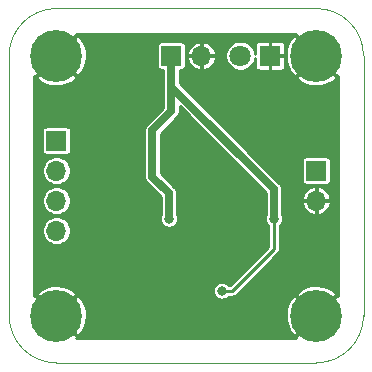
<source format=gbr>
%TF.GenerationSoftware,KiCad,Pcbnew,5.1.6+dfsg1-1~bpo10+1*%
%TF.CreationDate,2021-07-29T14:25:11+02:00*%
%TF.ProjectId,PW_Cond,50575f43-6f6e-4642-9e6b-696361645f70,rev?*%
%TF.SameCoordinates,Original*%
%TF.FileFunction,Copper,L2,Bot*%
%TF.FilePolarity,Positive*%
%FSLAX46Y46*%
G04 Gerber Fmt 4.6, Leading zero omitted, Abs format (unit mm)*
G04 Created by KiCad (PCBNEW 5.1.6+dfsg1-1~bpo10+1) date 2021-07-29 14:25:11*
%MOMM*%
%LPD*%
G01*
G04 APERTURE LIST*
%TA.AperFunction,Profile*%
%ADD10C,0.050000*%
%TD*%
%TA.AperFunction,ComponentPad*%
%ADD11O,1.700000X1.700000*%
%TD*%
%TA.AperFunction,ComponentPad*%
%ADD12R,1.700000X1.700000*%
%TD*%
%TA.AperFunction,ComponentPad*%
%ADD13C,0.700000*%
%TD*%
%TA.AperFunction,ComponentPad*%
%ADD14C,4.400000*%
%TD*%
%TA.AperFunction,ComponentPad*%
%ADD15C,1.800000*%
%TD*%
%TA.AperFunction,ComponentPad*%
%ADD16R,1.800000X1.800000*%
%TD*%
%TA.AperFunction,ViaPad*%
%ADD17C,0.800000*%
%TD*%
%TA.AperFunction,Conductor*%
%ADD18C,0.635000*%
%TD*%
%TA.AperFunction,Conductor*%
%ADD19C,0.250000*%
%TD*%
G04 APERTURE END LIST*
D10*
X122000000Y-126000000D02*
X100000000Y-126000000D01*
X96000000Y-100000000D02*
G75*
G02*
X100000000Y-96000000I4000000J0D01*
G01*
X100000000Y-126000000D02*
G75*
G02*
X96000000Y-122000000I0J4000000D01*
G01*
X126000000Y-122000000D02*
G75*
G02*
X122000000Y-126000000I-4000000J0D01*
G01*
X122000000Y-96000000D02*
G75*
G02*
X126000000Y-100000000I0J-4000000D01*
G01*
X100000000Y-96000000D02*
X122000000Y-96000000D01*
X96000000Y-100000000D02*
X96000000Y-122000000D01*
X126000000Y-100000000D02*
X126000000Y-122000000D01*
D11*
%TO.P,J3,2*%
%TO.N,GND*%
X122000000Y-112270000D03*
D12*
%TO.P,J3,1*%
%TO.N,/Meusure*%
X122000000Y-109730000D03*
%TD*%
D11*
%TO.P,J2,4*%
%TO.N,/MAP*%
X100000000Y-114810000D03*
%TO.P,J2,3*%
%TO.N,/NMP*%
X100000000Y-112270000D03*
%TO.P,J2,2*%
%TO.N,/PMP*%
X100000000Y-109730000D03*
D12*
%TO.P,J2,1*%
%TO.N,/PAP*%
X100000000Y-107190000D03*
%TD*%
D13*
%TO.P,H4,1*%
%TO.N,GND*%
X101166726Y-120833274D03*
X100000000Y-120350000D03*
X98833274Y-120833274D03*
X98350000Y-122000000D03*
X98833274Y-123166726D03*
X100000000Y-123650000D03*
X101166726Y-123166726D03*
X101650000Y-122000000D03*
D14*
X100000000Y-122000000D03*
%TD*%
D13*
%TO.P,H3,1*%
%TO.N,GND*%
X123166726Y-120833274D03*
X122000000Y-120350000D03*
X120833274Y-120833274D03*
X120350000Y-122000000D03*
X120833274Y-123166726D03*
X122000000Y-123650000D03*
X123166726Y-123166726D03*
X123650000Y-122000000D03*
D14*
X122000000Y-122000000D03*
%TD*%
D13*
%TO.P,H2,1*%
%TO.N,GND*%
X123166726Y-98833274D03*
X122000000Y-98350000D03*
X120833274Y-98833274D03*
X120350000Y-100000000D03*
X120833274Y-101166726D03*
X122000000Y-101650000D03*
X123166726Y-101166726D03*
X123650000Y-100000000D03*
D14*
X122000000Y-100000000D03*
%TD*%
D13*
%TO.P,H1,1*%
%TO.N,GND*%
X101166726Y-98833274D03*
X100000000Y-98350000D03*
X98833274Y-98833274D03*
X98350000Y-100000000D03*
X98833274Y-101166726D03*
X100000000Y-101650000D03*
X101166726Y-101166726D03*
X101650000Y-100000000D03*
D14*
X100000000Y-100000000D03*
%TD*%
D11*
%TO.P,J1,2*%
%TO.N,GND*%
X112270000Y-100000000D03*
D12*
%TO.P,J1,1*%
%TO.N,+15V*%
X109730000Y-100000000D03*
%TD*%
D15*
%TO.P,D2,2*%
%TO.N,Net-(D2-Pad2)*%
X115560000Y-100000000D03*
D16*
%TO.P,D2,1*%
%TO.N,GND*%
X118100000Y-100000000D03*
%TD*%
D17*
%TO.N,GND*%
X118923000Y-122430000D03*
X119558000Y-117350000D03*
X103175000Y-106682000D03*
X109525000Y-108714000D03*
X118415000Y-108714000D03*
X112065000Y-106682000D03*
X117780000Y-104650000D03*
X103302000Y-111049000D03*
X107239000Y-111303000D03*
X107366000Y-105588000D03*
X107493000Y-103429000D03*
X111557000Y-110414000D03*
X121336000Y-107366000D03*
X99000000Y-117907000D03*
X99000000Y-104000000D03*
X119177000Y-102921000D03*
X110160000Y-106096000D03*
X102286000Y-104318000D03*
X123000000Y-104000000D03*
X123000000Y-107500000D03*
X123000000Y-114500000D03*
X123000000Y-118000000D03*
X113491000Y-111127000D03*
X113237000Y-121668000D03*
X104000000Y-123000000D03*
X107500000Y-123000000D03*
X114380000Y-118747000D03*
%TO.N,+15V*%
X118415000Y-113794000D03*
X109525000Y-113794000D03*
X113999000Y-119890000D03*
%TD*%
D18*
%TO.N,+15V*%
X109730000Y-104699000D02*
X108128000Y-106301000D01*
X108128000Y-106301000D02*
X108128000Y-110238000D01*
X109525000Y-111635000D02*
X109525000Y-113794000D01*
X108128000Y-110238000D02*
X109525000Y-111635000D01*
X118415000Y-113794000D02*
X118415000Y-111674098D01*
X109730000Y-100000000D02*
X109730000Y-101426000D01*
X109730000Y-101426000D02*
X109730000Y-104699000D01*
X118415000Y-111674098D02*
X118415000Y-111303000D01*
X109730000Y-102618000D02*
X109730000Y-101426000D01*
X118415000Y-111303000D02*
X109730000Y-102618000D01*
D19*
X114888000Y-119890000D02*
X113999000Y-119890000D01*
X118415000Y-113794000D02*
X118415000Y-116363000D01*
X118415000Y-116363000D02*
X114888000Y-119890000D01*
%TD*%
%TO.N,GND*%
G36*
X120254448Y-98219092D02*
G01*
X120402459Y-98367103D01*
X120833274Y-98797919D01*
X120868629Y-98833274D01*
X121092586Y-99057230D01*
X122000000Y-99964645D01*
X122014142Y-99950502D01*
X122049498Y-99985858D01*
X122035355Y-100000000D01*
X122919968Y-100884612D01*
X123166726Y-101131371D01*
X123202081Y-101166726D01*
X123632897Y-101597541D01*
X123780908Y-101745552D01*
X123875000Y-101675058D01*
X123875000Y-120324942D01*
X123780908Y-120254448D01*
X123632897Y-120402459D01*
X123202081Y-120833274D01*
X123166726Y-120868629D01*
X122942770Y-121092586D01*
X122035355Y-122000000D01*
X122049498Y-122014142D01*
X122014142Y-122049498D01*
X122000000Y-122035355D01*
X121118108Y-122917248D01*
X120868629Y-123166726D01*
X120833274Y-123202081D01*
X120603578Y-123431778D01*
X120254448Y-123780908D01*
X120324942Y-123875000D01*
X101675058Y-123875000D01*
X101745552Y-123780908D01*
X101396422Y-123431778D01*
X101166726Y-123202081D01*
X101131371Y-123166726D01*
X100881892Y-122917248D01*
X100000000Y-122035355D01*
X99985858Y-122049498D01*
X99950502Y-122014142D01*
X99964645Y-122000000D01*
X100035355Y-122000000D01*
X100919968Y-122884612D01*
X101166726Y-123131371D01*
X101202081Y-123166726D01*
X101632897Y-123597541D01*
X101780908Y-123745552D01*
X102107895Y-123500574D01*
X102360140Y-123060510D01*
X102521686Y-122579693D01*
X102586326Y-122076597D01*
X102575806Y-121923403D01*
X119413674Y-121923403D01*
X119448426Y-122429442D01*
X119581234Y-122918977D01*
X119806993Y-123373197D01*
X119892105Y-123500574D01*
X120219092Y-123745552D01*
X120367103Y-123597541D01*
X120797919Y-123166726D01*
X120833274Y-123131371D01*
X121080032Y-122884612D01*
X121964645Y-122000000D01*
X121057230Y-121092586D01*
X120833274Y-120868629D01*
X120797919Y-120833274D01*
X120367103Y-120402459D01*
X120219092Y-120254448D01*
X119892105Y-120499426D01*
X119639860Y-120939490D01*
X119478314Y-121420307D01*
X119413674Y-121923403D01*
X102575806Y-121923403D01*
X102551574Y-121570558D01*
X102418766Y-121081023D01*
X102193007Y-120626803D01*
X102107895Y-120499426D01*
X101780908Y-120254448D01*
X101632897Y-120402459D01*
X101202081Y-120833274D01*
X101166726Y-120868629D01*
X100942770Y-121092586D01*
X100035355Y-122000000D01*
X99964645Y-122000000D01*
X99057230Y-121092586D01*
X98833274Y-120868629D01*
X98797919Y-120833274D01*
X98367103Y-120402459D01*
X98219092Y-120254448D01*
X98125000Y-120324942D01*
X98125000Y-120219092D01*
X98254448Y-120219092D01*
X98402459Y-120367103D01*
X98833274Y-120797919D01*
X98868629Y-120833274D01*
X99092586Y-121057230D01*
X100000000Y-121964645D01*
X100907414Y-121057230D01*
X101131371Y-120833274D01*
X101166726Y-120797919D01*
X101597541Y-120367103D01*
X101745552Y-120219092D01*
X101500574Y-119892105D01*
X101060510Y-119639860D01*
X100579693Y-119478314D01*
X100076597Y-119413674D01*
X99570558Y-119448426D01*
X99081023Y-119581234D01*
X98626803Y-119806993D01*
X98499426Y-119892105D01*
X98254448Y-120219092D01*
X98125000Y-120219092D01*
X98125000Y-114689348D01*
X98775000Y-114689348D01*
X98775000Y-114930652D01*
X98822076Y-115167319D01*
X98914419Y-115390255D01*
X99048481Y-115590892D01*
X99219108Y-115761519D01*
X99419745Y-115895581D01*
X99642681Y-115987924D01*
X99879348Y-116035000D01*
X100120652Y-116035000D01*
X100357319Y-115987924D01*
X100580255Y-115895581D01*
X100780892Y-115761519D01*
X100951519Y-115590892D01*
X101085581Y-115390255D01*
X101177924Y-115167319D01*
X101225000Y-114930652D01*
X101225000Y-114689348D01*
X101177924Y-114452681D01*
X101085581Y-114229745D01*
X100951519Y-114029108D01*
X100780892Y-113858481D01*
X100580255Y-113724419D01*
X100357319Y-113632076D01*
X100120652Y-113585000D01*
X99879348Y-113585000D01*
X99642681Y-113632076D01*
X99419745Y-113724419D01*
X99219108Y-113858481D01*
X99048481Y-114029108D01*
X98914419Y-114229745D01*
X98822076Y-114452681D01*
X98775000Y-114689348D01*
X98125000Y-114689348D01*
X98125000Y-112149348D01*
X98775000Y-112149348D01*
X98775000Y-112390652D01*
X98822076Y-112627319D01*
X98914419Y-112850255D01*
X99048481Y-113050892D01*
X99219108Y-113221519D01*
X99419745Y-113355581D01*
X99642681Y-113447924D01*
X99879348Y-113495000D01*
X100120652Y-113495000D01*
X100357319Y-113447924D01*
X100580255Y-113355581D01*
X100780892Y-113221519D01*
X100951519Y-113050892D01*
X101085581Y-112850255D01*
X101177924Y-112627319D01*
X101225000Y-112390652D01*
X101225000Y-112149348D01*
X101177924Y-111912681D01*
X101085581Y-111689745D01*
X100951519Y-111489108D01*
X100780892Y-111318481D01*
X100580255Y-111184419D01*
X100357319Y-111092076D01*
X100120652Y-111045000D01*
X99879348Y-111045000D01*
X99642681Y-111092076D01*
X99419745Y-111184419D01*
X99219108Y-111318481D01*
X99048481Y-111489108D01*
X98914419Y-111689745D01*
X98822076Y-111912681D01*
X98775000Y-112149348D01*
X98125000Y-112149348D01*
X98125000Y-109609348D01*
X98775000Y-109609348D01*
X98775000Y-109850652D01*
X98822076Y-110087319D01*
X98914419Y-110310255D01*
X99048481Y-110510892D01*
X99219108Y-110681519D01*
X99419745Y-110815581D01*
X99642681Y-110907924D01*
X99879348Y-110955000D01*
X100120652Y-110955000D01*
X100357319Y-110907924D01*
X100580255Y-110815581D01*
X100780892Y-110681519D01*
X100951519Y-110510892D01*
X101085581Y-110310255D01*
X101177924Y-110087319D01*
X101225000Y-109850652D01*
X101225000Y-109609348D01*
X101177924Y-109372681D01*
X101085581Y-109149745D01*
X100951519Y-108949108D01*
X100780892Y-108778481D01*
X100580255Y-108644419D01*
X100357319Y-108552076D01*
X100120652Y-108505000D01*
X99879348Y-108505000D01*
X99642681Y-108552076D01*
X99419745Y-108644419D01*
X99219108Y-108778481D01*
X99048481Y-108949108D01*
X98914419Y-109149745D01*
X98822076Y-109372681D01*
X98775000Y-109609348D01*
X98125000Y-109609348D01*
X98125000Y-106340000D01*
X98773186Y-106340000D01*
X98773186Y-108040000D01*
X98780426Y-108113513D01*
X98801869Y-108184200D01*
X98836691Y-108249347D01*
X98883552Y-108306448D01*
X98940653Y-108353309D01*
X99005800Y-108388131D01*
X99076487Y-108409574D01*
X99150000Y-108416814D01*
X100850000Y-108416814D01*
X100923513Y-108409574D01*
X100994200Y-108388131D01*
X101059347Y-108353309D01*
X101116448Y-108306448D01*
X101163309Y-108249347D01*
X101198131Y-108184200D01*
X101219574Y-108113513D01*
X101226814Y-108040000D01*
X101226814Y-106340000D01*
X101222974Y-106301000D01*
X107432151Y-106301000D01*
X107435500Y-106335004D01*
X107435501Y-110203986D01*
X107432151Y-110238000D01*
X107445521Y-110373753D01*
X107485119Y-110504290D01*
X107549423Y-110624594D01*
X107578577Y-110660118D01*
X107596141Y-110681519D01*
X107635961Y-110730040D01*
X107662378Y-110751720D01*
X108832500Y-111921843D01*
X108832501Y-113440669D01*
X108779783Y-113567941D01*
X108750000Y-113717669D01*
X108750000Y-113870331D01*
X108779783Y-114020059D01*
X108838204Y-114161100D01*
X108923018Y-114288034D01*
X109030966Y-114395982D01*
X109157900Y-114480796D01*
X109298941Y-114539217D01*
X109448669Y-114569000D01*
X109601331Y-114569000D01*
X109751059Y-114539217D01*
X109892100Y-114480796D01*
X110019034Y-114395982D01*
X110126982Y-114288034D01*
X110211796Y-114161100D01*
X110270217Y-114020059D01*
X110300000Y-113870331D01*
X110300000Y-113717669D01*
X110270217Y-113567941D01*
X110217500Y-113440671D01*
X110217500Y-111669003D01*
X110220849Y-111634999D01*
X110217500Y-111600995D01*
X110217500Y-111600988D01*
X110207479Y-111499246D01*
X110167882Y-111368710D01*
X110103578Y-111248406D01*
X110069093Y-111206386D01*
X110038721Y-111169378D01*
X110038716Y-111169373D01*
X110017039Y-111142960D01*
X109990627Y-111121284D01*
X108820500Y-109951158D01*
X108820500Y-106587842D01*
X110195623Y-105212720D01*
X110222040Y-105191040D01*
X110308578Y-105085594D01*
X110372882Y-104965290D01*
X110412479Y-104834754D01*
X110422500Y-104733012D01*
X110422500Y-104733005D01*
X110425849Y-104699001D01*
X110422500Y-104664997D01*
X110422500Y-104289842D01*
X117722500Y-111589843D01*
X117722500Y-111708109D01*
X117722501Y-111708119D01*
X117722500Y-113440670D01*
X117669783Y-113567941D01*
X117640000Y-113717669D01*
X117640000Y-113870331D01*
X117669783Y-114020059D01*
X117728204Y-114161100D01*
X117813018Y-114288034D01*
X117915000Y-114390016D01*
X117915001Y-116155892D01*
X114680895Y-119390000D01*
X114595016Y-119390000D01*
X114493034Y-119288018D01*
X114366100Y-119203204D01*
X114225059Y-119144783D01*
X114075331Y-119115000D01*
X113922669Y-119115000D01*
X113772941Y-119144783D01*
X113631900Y-119203204D01*
X113504966Y-119288018D01*
X113397018Y-119395966D01*
X113312204Y-119522900D01*
X113253783Y-119663941D01*
X113224000Y-119813669D01*
X113224000Y-119966331D01*
X113253783Y-120116059D01*
X113312204Y-120257100D01*
X113397018Y-120384034D01*
X113504966Y-120491982D01*
X113631900Y-120576796D01*
X113772941Y-120635217D01*
X113922669Y-120665000D01*
X114075331Y-120665000D01*
X114225059Y-120635217D01*
X114366100Y-120576796D01*
X114493034Y-120491982D01*
X114595016Y-120390000D01*
X114863440Y-120390000D01*
X114888000Y-120392419D01*
X114912560Y-120390000D01*
X114986017Y-120382765D01*
X115080267Y-120354175D01*
X115167129Y-120307746D01*
X115243264Y-120245264D01*
X115258929Y-120226176D01*
X115266013Y-120219092D01*
X120254448Y-120219092D01*
X120402459Y-120367103D01*
X120833274Y-120797919D01*
X120868629Y-120833274D01*
X121092586Y-121057230D01*
X122000000Y-121964645D01*
X122907414Y-121057230D01*
X123131371Y-120833274D01*
X123166726Y-120797919D01*
X123597541Y-120367103D01*
X123745552Y-120219092D01*
X123500574Y-119892105D01*
X123060510Y-119639860D01*
X122579693Y-119478314D01*
X122076597Y-119413674D01*
X121570558Y-119448426D01*
X121081023Y-119581234D01*
X120626803Y-119806993D01*
X120499426Y-119892105D01*
X120254448Y-120219092D01*
X115266013Y-120219092D01*
X118751187Y-116733920D01*
X118770264Y-116718264D01*
X118832746Y-116642129D01*
X118879175Y-116555267D01*
X118907765Y-116461017D01*
X118915000Y-116387560D01*
X118915000Y-116387559D01*
X118917419Y-116363001D01*
X118915000Y-116338443D01*
X118915000Y-114390016D01*
X119016982Y-114288034D01*
X119101796Y-114161100D01*
X119160217Y-114020059D01*
X119190000Y-113870331D01*
X119190000Y-113717669D01*
X119160217Y-113567941D01*
X119107500Y-113440671D01*
X119107500Y-112486285D01*
X120794245Y-112486285D01*
X120803259Y-112531602D01*
X120877290Y-112760048D01*
X120994466Y-112969662D01*
X121150284Y-113152388D01*
X121338756Y-113301205D01*
X121552640Y-113410393D01*
X121783715Y-113475756D01*
X121975000Y-113400996D01*
X121975000Y-112295000D01*
X122025000Y-112295000D01*
X122025000Y-113400996D01*
X122216285Y-113475756D01*
X122447360Y-113410393D01*
X122661244Y-113301205D01*
X122849716Y-113152388D01*
X123005534Y-112969662D01*
X123122710Y-112760048D01*
X123196741Y-112531602D01*
X123205755Y-112486285D01*
X123130974Y-112295000D01*
X122025000Y-112295000D01*
X121975000Y-112295000D01*
X120869026Y-112295000D01*
X120794245Y-112486285D01*
X119107500Y-112486285D01*
X119107500Y-112053715D01*
X120794245Y-112053715D01*
X120869026Y-112245000D01*
X121975000Y-112245000D01*
X121975000Y-111139004D01*
X122025000Y-111139004D01*
X122025000Y-112245000D01*
X123130974Y-112245000D01*
X123205755Y-112053715D01*
X123196741Y-112008398D01*
X123122710Y-111779952D01*
X123005534Y-111570338D01*
X122849716Y-111387612D01*
X122661244Y-111238795D01*
X122447360Y-111129607D01*
X122216285Y-111064244D01*
X122025000Y-111139004D01*
X121975000Y-111139004D01*
X121783715Y-111064244D01*
X121552640Y-111129607D01*
X121338756Y-111238795D01*
X121150284Y-111387612D01*
X120994466Y-111570338D01*
X120877290Y-111779952D01*
X120803259Y-112008398D01*
X120794245Y-112053715D01*
X119107500Y-112053715D01*
X119107500Y-111337004D01*
X119110849Y-111303000D01*
X119107500Y-111268996D01*
X119107500Y-111268989D01*
X119097479Y-111167247D01*
X119057882Y-111036710D01*
X118993578Y-110916406D01*
X118937665Y-110848276D01*
X118928721Y-110837378D01*
X118928720Y-110837377D01*
X118907040Y-110810960D01*
X118880623Y-110789280D01*
X116971343Y-108880000D01*
X120773186Y-108880000D01*
X120773186Y-110580000D01*
X120780426Y-110653513D01*
X120801869Y-110724200D01*
X120836691Y-110789347D01*
X120883552Y-110846448D01*
X120940653Y-110893309D01*
X121005800Y-110928131D01*
X121076487Y-110949574D01*
X121150000Y-110956814D01*
X122850000Y-110956814D01*
X122923513Y-110949574D01*
X122994200Y-110928131D01*
X123059347Y-110893309D01*
X123116448Y-110846448D01*
X123163309Y-110789347D01*
X123198131Y-110724200D01*
X123219574Y-110653513D01*
X123226814Y-110580000D01*
X123226814Y-108880000D01*
X123219574Y-108806487D01*
X123198131Y-108735800D01*
X123163309Y-108670653D01*
X123116448Y-108613552D01*
X123059347Y-108566691D01*
X122994200Y-108531869D01*
X122923513Y-108510426D01*
X122850000Y-108503186D01*
X121150000Y-108503186D01*
X121076487Y-108510426D01*
X121005800Y-108531869D01*
X120940653Y-108566691D01*
X120883552Y-108613552D01*
X120836691Y-108670653D01*
X120801869Y-108735800D01*
X120780426Y-108806487D01*
X120773186Y-108880000D01*
X116971343Y-108880000D01*
X110422500Y-102331158D01*
X110422500Y-101780908D01*
X120254448Y-101780908D01*
X120499426Y-102107895D01*
X120939490Y-102360140D01*
X121420307Y-102521686D01*
X121923403Y-102586326D01*
X122429442Y-102551574D01*
X122918977Y-102418766D01*
X123373197Y-102193007D01*
X123500574Y-102107895D01*
X123745552Y-101780908D01*
X123406825Y-101442181D01*
X123166726Y-101202081D01*
X123131371Y-101166726D01*
X122883621Y-100918977D01*
X122000000Y-100035355D01*
X121116379Y-100918977D01*
X120868629Y-101166726D01*
X120833274Y-101202081D01*
X120593175Y-101442181D01*
X120254448Y-101780908D01*
X110422500Y-101780908D01*
X110422500Y-101226814D01*
X110580000Y-101226814D01*
X110653513Y-101219574D01*
X110724200Y-101198131D01*
X110789347Y-101163309D01*
X110846448Y-101116448D01*
X110893309Y-101059347D01*
X110928131Y-100994200D01*
X110949574Y-100923513D01*
X110956814Y-100850000D01*
X110956814Y-100216285D01*
X111064244Y-100216285D01*
X111129607Y-100447360D01*
X111238795Y-100661244D01*
X111387612Y-100849716D01*
X111570338Y-101005534D01*
X111779952Y-101122710D01*
X112008398Y-101196741D01*
X112053715Y-101205755D01*
X112245000Y-101130974D01*
X112245000Y-100025000D01*
X112295000Y-100025000D01*
X112295000Y-101130974D01*
X112486285Y-101205755D01*
X112531602Y-101196741D01*
X112760048Y-101122710D01*
X112969662Y-101005534D01*
X113152388Y-100849716D01*
X113301205Y-100661244D01*
X113410393Y-100447360D01*
X113475756Y-100216285D01*
X113400996Y-100025000D01*
X112295000Y-100025000D01*
X112245000Y-100025000D01*
X111139004Y-100025000D01*
X111064244Y-100216285D01*
X110956814Y-100216285D01*
X110956814Y-99783715D01*
X111064244Y-99783715D01*
X111139004Y-99975000D01*
X112245000Y-99975000D01*
X112245000Y-98869026D01*
X112295000Y-98869026D01*
X112295000Y-99975000D01*
X113400996Y-99975000D01*
X113440304Y-99874423D01*
X114285000Y-99874423D01*
X114285000Y-100125577D01*
X114333998Y-100371904D01*
X114430110Y-100603939D01*
X114569643Y-100812765D01*
X114747235Y-100990357D01*
X114956061Y-101129890D01*
X115188096Y-101226002D01*
X115434423Y-101275000D01*
X115685577Y-101275000D01*
X115931904Y-101226002D01*
X116163939Y-101129890D01*
X116372765Y-100990357D01*
X116550357Y-100812765D01*
X116689890Y-100603939D01*
X116786002Y-100371904D01*
X116824866Y-100176524D01*
X116823186Y-100900000D01*
X116830426Y-100973513D01*
X116851869Y-101044200D01*
X116886691Y-101109347D01*
X116933552Y-101166448D01*
X116990653Y-101213309D01*
X117055800Y-101248131D01*
X117126487Y-101269574D01*
X117200000Y-101276814D01*
X117981250Y-101275000D01*
X118075000Y-101181250D01*
X118075000Y-100025000D01*
X118125000Y-100025000D01*
X118125000Y-101181250D01*
X118218750Y-101275000D01*
X119000000Y-101276814D01*
X119073513Y-101269574D01*
X119144200Y-101248131D01*
X119209347Y-101213309D01*
X119266448Y-101166448D01*
X119313309Y-101109347D01*
X119348131Y-101044200D01*
X119369574Y-100973513D01*
X119376814Y-100900000D01*
X119375000Y-100118750D01*
X119281250Y-100025000D01*
X118125000Y-100025000D01*
X118075000Y-100025000D01*
X118055000Y-100025000D01*
X118055000Y-99975000D01*
X118075000Y-99975000D01*
X118075000Y-98818750D01*
X118125000Y-98818750D01*
X118125000Y-99975000D01*
X119281250Y-99975000D01*
X119332847Y-99923403D01*
X119413674Y-99923403D01*
X119448426Y-100429442D01*
X119581234Y-100918977D01*
X119806993Y-101373197D01*
X119892105Y-101500574D01*
X120219092Y-101745552D01*
X120367103Y-101597541D01*
X120797919Y-101166726D01*
X120833274Y-101131371D01*
X121080032Y-100884612D01*
X121964645Y-100000000D01*
X121057230Y-99092586D01*
X120833274Y-98868629D01*
X120797919Y-98833274D01*
X120367103Y-98402459D01*
X120219092Y-98254448D01*
X119892105Y-98499426D01*
X119639860Y-98939490D01*
X119478314Y-99420307D01*
X119413674Y-99923403D01*
X119332847Y-99923403D01*
X119375000Y-99881250D01*
X119376814Y-99100000D01*
X119369574Y-99026487D01*
X119348131Y-98955800D01*
X119313309Y-98890653D01*
X119266448Y-98833552D01*
X119209347Y-98786691D01*
X119144200Y-98751869D01*
X119073513Y-98730426D01*
X119000000Y-98723186D01*
X118218750Y-98725000D01*
X118125000Y-98818750D01*
X118075000Y-98818750D01*
X117981250Y-98725000D01*
X117200000Y-98723186D01*
X117126487Y-98730426D01*
X117055800Y-98751869D01*
X116990653Y-98786691D01*
X116933552Y-98833552D01*
X116886691Y-98890653D01*
X116851869Y-98955800D01*
X116830426Y-99026487D01*
X116823186Y-99100000D01*
X116824866Y-99823476D01*
X116786002Y-99628096D01*
X116689890Y-99396061D01*
X116550357Y-99187235D01*
X116372765Y-99009643D01*
X116163939Y-98870110D01*
X115931904Y-98773998D01*
X115685577Y-98725000D01*
X115434423Y-98725000D01*
X115188096Y-98773998D01*
X114956061Y-98870110D01*
X114747235Y-99009643D01*
X114569643Y-99187235D01*
X114430110Y-99396061D01*
X114333998Y-99628096D01*
X114285000Y-99874423D01*
X113440304Y-99874423D01*
X113475756Y-99783715D01*
X113410393Y-99552640D01*
X113301205Y-99338756D01*
X113152388Y-99150284D01*
X112969662Y-98994466D01*
X112760048Y-98877290D01*
X112531602Y-98803259D01*
X112486285Y-98794245D01*
X112295000Y-98869026D01*
X112245000Y-98869026D01*
X112053715Y-98794245D01*
X112008398Y-98803259D01*
X111779952Y-98877290D01*
X111570338Y-98994466D01*
X111387612Y-99150284D01*
X111238795Y-99338756D01*
X111129607Y-99552640D01*
X111064244Y-99783715D01*
X110956814Y-99783715D01*
X110956814Y-99150000D01*
X110949574Y-99076487D01*
X110928131Y-99005800D01*
X110893309Y-98940653D01*
X110846448Y-98883552D01*
X110789347Y-98836691D01*
X110724200Y-98801869D01*
X110653513Y-98780426D01*
X110580000Y-98773186D01*
X108880000Y-98773186D01*
X108806487Y-98780426D01*
X108735800Y-98801869D01*
X108670653Y-98836691D01*
X108613552Y-98883552D01*
X108566691Y-98940653D01*
X108531869Y-99005800D01*
X108510426Y-99076487D01*
X108503186Y-99150000D01*
X108503186Y-100850000D01*
X108510426Y-100923513D01*
X108531869Y-100994200D01*
X108566691Y-101059347D01*
X108613552Y-101116448D01*
X108670653Y-101163309D01*
X108735800Y-101198131D01*
X108806487Y-101219574D01*
X108880000Y-101226814D01*
X109037501Y-101226814D01*
X109037501Y-101391979D01*
X109037500Y-101391989D01*
X109037500Y-102583992D01*
X109034151Y-102618000D01*
X109037500Y-102652008D01*
X109037501Y-104412156D01*
X107662379Y-105787279D01*
X107635960Y-105808961D01*
X107549422Y-105914407D01*
X107485118Y-106034711D01*
X107445521Y-106165247D01*
X107435500Y-106266989D01*
X107435500Y-106266996D01*
X107432151Y-106301000D01*
X101222974Y-106301000D01*
X101219574Y-106266487D01*
X101198131Y-106195800D01*
X101163309Y-106130653D01*
X101116448Y-106073552D01*
X101059347Y-106026691D01*
X100994200Y-105991869D01*
X100923513Y-105970426D01*
X100850000Y-105963186D01*
X99150000Y-105963186D01*
X99076487Y-105970426D01*
X99005800Y-105991869D01*
X98940653Y-106026691D01*
X98883552Y-106073552D01*
X98836691Y-106130653D01*
X98801869Y-106195800D01*
X98780426Y-106266487D01*
X98773186Y-106340000D01*
X98125000Y-106340000D01*
X98125000Y-101780908D01*
X98254448Y-101780908D01*
X98499426Y-102107895D01*
X98939490Y-102360140D01*
X99420307Y-102521686D01*
X99923403Y-102586326D01*
X100429442Y-102551574D01*
X100918977Y-102418766D01*
X101373197Y-102193007D01*
X101500574Y-102107895D01*
X101745552Y-101780908D01*
X101406825Y-101442181D01*
X101166726Y-101202081D01*
X101131371Y-101166726D01*
X100883621Y-100918977D01*
X100000000Y-100035355D01*
X99116379Y-100918977D01*
X98868629Y-101166726D01*
X98833274Y-101202081D01*
X98593175Y-101442181D01*
X98254448Y-101780908D01*
X98125000Y-101780908D01*
X98125000Y-101675058D01*
X98219092Y-101745552D01*
X98367103Y-101597541D01*
X98797919Y-101166726D01*
X98833274Y-101131371D01*
X99080032Y-100884612D01*
X99964645Y-100000000D01*
X100035355Y-100000000D01*
X100919968Y-100884612D01*
X101166726Y-101131371D01*
X101202081Y-101166726D01*
X101632897Y-101597541D01*
X101780908Y-101745552D01*
X102107895Y-101500574D01*
X102360140Y-101060510D01*
X102521686Y-100579693D01*
X102586326Y-100076597D01*
X102551574Y-99570558D01*
X102418766Y-99081023D01*
X102193007Y-98626803D01*
X102107895Y-98499426D01*
X101780908Y-98254448D01*
X101632897Y-98402459D01*
X101202081Y-98833274D01*
X101166726Y-98868629D01*
X100942770Y-99092586D01*
X100035355Y-100000000D01*
X99964645Y-100000000D01*
X99950502Y-99985858D01*
X99985858Y-99950502D01*
X100000000Y-99964645D01*
X100907414Y-99057230D01*
X101131371Y-98833274D01*
X101166726Y-98797919D01*
X101597541Y-98367103D01*
X101745552Y-98219092D01*
X101675058Y-98125000D01*
X120324942Y-98125000D01*
X120254448Y-98219092D01*
G37*
X120254448Y-98219092D02*
X120402459Y-98367103D01*
X120833274Y-98797919D01*
X120868629Y-98833274D01*
X121092586Y-99057230D01*
X122000000Y-99964645D01*
X122014142Y-99950502D01*
X122049498Y-99985858D01*
X122035355Y-100000000D01*
X122919968Y-100884612D01*
X123166726Y-101131371D01*
X123202081Y-101166726D01*
X123632897Y-101597541D01*
X123780908Y-101745552D01*
X123875000Y-101675058D01*
X123875000Y-120324942D01*
X123780908Y-120254448D01*
X123632897Y-120402459D01*
X123202081Y-120833274D01*
X123166726Y-120868629D01*
X122942770Y-121092586D01*
X122035355Y-122000000D01*
X122049498Y-122014142D01*
X122014142Y-122049498D01*
X122000000Y-122035355D01*
X121118108Y-122917248D01*
X120868629Y-123166726D01*
X120833274Y-123202081D01*
X120603578Y-123431778D01*
X120254448Y-123780908D01*
X120324942Y-123875000D01*
X101675058Y-123875000D01*
X101745552Y-123780908D01*
X101396422Y-123431778D01*
X101166726Y-123202081D01*
X101131371Y-123166726D01*
X100881892Y-122917248D01*
X100000000Y-122035355D01*
X99985858Y-122049498D01*
X99950502Y-122014142D01*
X99964645Y-122000000D01*
X100035355Y-122000000D01*
X100919968Y-122884612D01*
X101166726Y-123131371D01*
X101202081Y-123166726D01*
X101632897Y-123597541D01*
X101780908Y-123745552D01*
X102107895Y-123500574D01*
X102360140Y-123060510D01*
X102521686Y-122579693D01*
X102586326Y-122076597D01*
X102575806Y-121923403D01*
X119413674Y-121923403D01*
X119448426Y-122429442D01*
X119581234Y-122918977D01*
X119806993Y-123373197D01*
X119892105Y-123500574D01*
X120219092Y-123745552D01*
X120367103Y-123597541D01*
X120797919Y-123166726D01*
X120833274Y-123131371D01*
X121080032Y-122884612D01*
X121964645Y-122000000D01*
X121057230Y-121092586D01*
X120833274Y-120868629D01*
X120797919Y-120833274D01*
X120367103Y-120402459D01*
X120219092Y-120254448D01*
X119892105Y-120499426D01*
X119639860Y-120939490D01*
X119478314Y-121420307D01*
X119413674Y-121923403D01*
X102575806Y-121923403D01*
X102551574Y-121570558D01*
X102418766Y-121081023D01*
X102193007Y-120626803D01*
X102107895Y-120499426D01*
X101780908Y-120254448D01*
X101632897Y-120402459D01*
X101202081Y-120833274D01*
X101166726Y-120868629D01*
X100942770Y-121092586D01*
X100035355Y-122000000D01*
X99964645Y-122000000D01*
X99057230Y-121092586D01*
X98833274Y-120868629D01*
X98797919Y-120833274D01*
X98367103Y-120402459D01*
X98219092Y-120254448D01*
X98125000Y-120324942D01*
X98125000Y-120219092D01*
X98254448Y-120219092D01*
X98402459Y-120367103D01*
X98833274Y-120797919D01*
X98868629Y-120833274D01*
X99092586Y-121057230D01*
X100000000Y-121964645D01*
X100907414Y-121057230D01*
X101131371Y-120833274D01*
X101166726Y-120797919D01*
X101597541Y-120367103D01*
X101745552Y-120219092D01*
X101500574Y-119892105D01*
X101060510Y-119639860D01*
X100579693Y-119478314D01*
X100076597Y-119413674D01*
X99570558Y-119448426D01*
X99081023Y-119581234D01*
X98626803Y-119806993D01*
X98499426Y-119892105D01*
X98254448Y-120219092D01*
X98125000Y-120219092D01*
X98125000Y-114689348D01*
X98775000Y-114689348D01*
X98775000Y-114930652D01*
X98822076Y-115167319D01*
X98914419Y-115390255D01*
X99048481Y-115590892D01*
X99219108Y-115761519D01*
X99419745Y-115895581D01*
X99642681Y-115987924D01*
X99879348Y-116035000D01*
X100120652Y-116035000D01*
X100357319Y-115987924D01*
X100580255Y-115895581D01*
X100780892Y-115761519D01*
X100951519Y-115590892D01*
X101085581Y-115390255D01*
X101177924Y-115167319D01*
X101225000Y-114930652D01*
X101225000Y-114689348D01*
X101177924Y-114452681D01*
X101085581Y-114229745D01*
X100951519Y-114029108D01*
X100780892Y-113858481D01*
X100580255Y-113724419D01*
X100357319Y-113632076D01*
X100120652Y-113585000D01*
X99879348Y-113585000D01*
X99642681Y-113632076D01*
X99419745Y-113724419D01*
X99219108Y-113858481D01*
X99048481Y-114029108D01*
X98914419Y-114229745D01*
X98822076Y-114452681D01*
X98775000Y-114689348D01*
X98125000Y-114689348D01*
X98125000Y-112149348D01*
X98775000Y-112149348D01*
X98775000Y-112390652D01*
X98822076Y-112627319D01*
X98914419Y-112850255D01*
X99048481Y-113050892D01*
X99219108Y-113221519D01*
X99419745Y-113355581D01*
X99642681Y-113447924D01*
X99879348Y-113495000D01*
X100120652Y-113495000D01*
X100357319Y-113447924D01*
X100580255Y-113355581D01*
X100780892Y-113221519D01*
X100951519Y-113050892D01*
X101085581Y-112850255D01*
X101177924Y-112627319D01*
X101225000Y-112390652D01*
X101225000Y-112149348D01*
X101177924Y-111912681D01*
X101085581Y-111689745D01*
X100951519Y-111489108D01*
X100780892Y-111318481D01*
X100580255Y-111184419D01*
X100357319Y-111092076D01*
X100120652Y-111045000D01*
X99879348Y-111045000D01*
X99642681Y-111092076D01*
X99419745Y-111184419D01*
X99219108Y-111318481D01*
X99048481Y-111489108D01*
X98914419Y-111689745D01*
X98822076Y-111912681D01*
X98775000Y-112149348D01*
X98125000Y-112149348D01*
X98125000Y-109609348D01*
X98775000Y-109609348D01*
X98775000Y-109850652D01*
X98822076Y-110087319D01*
X98914419Y-110310255D01*
X99048481Y-110510892D01*
X99219108Y-110681519D01*
X99419745Y-110815581D01*
X99642681Y-110907924D01*
X99879348Y-110955000D01*
X100120652Y-110955000D01*
X100357319Y-110907924D01*
X100580255Y-110815581D01*
X100780892Y-110681519D01*
X100951519Y-110510892D01*
X101085581Y-110310255D01*
X101177924Y-110087319D01*
X101225000Y-109850652D01*
X101225000Y-109609348D01*
X101177924Y-109372681D01*
X101085581Y-109149745D01*
X100951519Y-108949108D01*
X100780892Y-108778481D01*
X100580255Y-108644419D01*
X100357319Y-108552076D01*
X100120652Y-108505000D01*
X99879348Y-108505000D01*
X99642681Y-108552076D01*
X99419745Y-108644419D01*
X99219108Y-108778481D01*
X99048481Y-108949108D01*
X98914419Y-109149745D01*
X98822076Y-109372681D01*
X98775000Y-109609348D01*
X98125000Y-109609348D01*
X98125000Y-106340000D01*
X98773186Y-106340000D01*
X98773186Y-108040000D01*
X98780426Y-108113513D01*
X98801869Y-108184200D01*
X98836691Y-108249347D01*
X98883552Y-108306448D01*
X98940653Y-108353309D01*
X99005800Y-108388131D01*
X99076487Y-108409574D01*
X99150000Y-108416814D01*
X100850000Y-108416814D01*
X100923513Y-108409574D01*
X100994200Y-108388131D01*
X101059347Y-108353309D01*
X101116448Y-108306448D01*
X101163309Y-108249347D01*
X101198131Y-108184200D01*
X101219574Y-108113513D01*
X101226814Y-108040000D01*
X101226814Y-106340000D01*
X101222974Y-106301000D01*
X107432151Y-106301000D01*
X107435500Y-106335004D01*
X107435501Y-110203986D01*
X107432151Y-110238000D01*
X107445521Y-110373753D01*
X107485119Y-110504290D01*
X107549423Y-110624594D01*
X107578577Y-110660118D01*
X107596141Y-110681519D01*
X107635961Y-110730040D01*
X107662378Y-110751720D01*
X108832500Y-111921843D01*
X108832501Y-113440669D01*
X108779783Y-113567941D01*
X108750000Y-113717669D01*
X108750000Y-113870331D01*
X108779783Y-114020059D01*
X108838204Y-114161100D01*
X108923018Y-114288034D01*
X109030966Y-114395982D01*
X109157900Y-114480796D01*
X109298941Y-114539217D01*
X109448669Y-114569000D01*
X109601331Y-114569000D01*
X109751059Y-114539217D01*
X109892100Y-114480796D01*
X110019034Y-114395982D01*
X110126982Y-114288034D01*
X110211796Y-114161100D01*
X110270217Y-114020059D01*
X110300000Y-113870331D01*
X110300000Y-113717669D01*
X110270217Y-113567941D01*
X110217500Y-113440671D01*
X110217500Y-111669003D01*
X110220849Y-111634999D01*
X110217500Y-111600995D01*
X110217500Y-111600988D01*
X110207479Y-111499246D01*
X110167882Y-111368710D01*
X110103578Y-111248406D01*
X110069093Y-111206386D01*
X110038721Y-111169378D01*
X110038716Y-111169373D01*
X110017039Y-111142960D01*
X109990627Y-111121284D01*
X108820500Y-109951158D01*
X108820500Y-106587842D01*
X110195623Y-105212720D01*
X110222040Y-105191040D01*
X110308578Y-105085594D01*
X110372882Y-104965290D01*
X110412479Y-104834754D01*
X110422500Y-104733012D01*
X110422500Y-104733005D01*
X110425849Y-104699001D01*
X110422500Y-104664997D01*
X110422500Y-104289842D01*
X117722500Y-111589843D01*
X117722500Y-111708109D01*
X117722501Y-111708119D01*
X117722500Y-113440670D01*
X117669783Y-113567941D01*
X117640000Y-113717669D01*
X117640000Y-113870331D01*
X117669783Y-114020059D01*
X117728204Y-114161100D01*
X117813018Y-114288034D01*
X117915000Y-114390016D01*
X117915001Y-116155892D01*
X114680895Y-119390000D01*
X114595016Y-119390000D01*
X114493034Y-119288018D01*
X114366100Y-119203204D01*
X114225059Y-119144783D01*
X114075331Y-119115000D01*
X113922669Y-119115000D01*
X113772941Y-119144783D01*
X113631900Y-119203204D01*
X113504966Y-119288018D01*
X113397018Y-119395966D01*
X113312204Y-119522900D01*
X113253783Y-119663941D01*
X113224000Y-119813669D01*
X113224000Y-119966331D01*
X113253783Y-120116059D01*
X113312204Y-120257100D01*
X113397018Y-120384034D01*
X113504966Y-120491982D01*
X113631900Y-120576796D01*
X113772941Y-120635217D01*
X113922669Y-120665000D01*
X114075331Y-120665000D01*
X114225059Y-120635217D01*
X114366100Y-120576796D01*
X114493034Y-120491982D01*
X114595016Y-120390000D01*
X114863440Y-120390000D01*
X114888000Y-120392419D01*
X114912560Y-120390000D01*
X114986017Y-120382765D01*
X115080267Y-120354175D01*
X115167129Y-120307746D01*
X115243264Y-120245264D01*
X115258929Y-120226176D01*
X115266013Y-120219092D01*
X120254448Y-120219092D01*
X120402459Y-120367103D01*
X120833274Y-120797919D01*
X120868629Y-120833274D01*
X121092586Y-121057230D01*
X122000000Y-121964645D01*
X122907414Y-121057230D01*
X123131371Y-120833274D01*
X123166726Y-120797919D01*
X123597541Y-120367103D01*
X123745552Y-120219092D01*
X123500574Y-119892105D01*
X123060510Y-119639860D01*
X122579693Y-119478314D01*
X122076597Y-119413674D01*
X121570558Y-119448426D01*
X121081023Y-119581234D01*
X120626803Y-119806993D01*
X120499426Y-119892105D01*
X120254448Y-120219092D01*
X115266013Y-120219092D01*
X118751187Y-116733920D01*
X118770264Y-116718264D01*
X118832746Y-116642129D01*
X118879175Y-116555267D01*
X118907765Y-116461017D01*
X118915000Y-116387560D01*
X118915000Y-116387559D01*
X118917419Y-116363001D01*
X118915000Y-116338443D01*
X118915000Y-114390016D01*
X119016982Y-114288034D01*
X119101796Y-114161100D01*
X119160217Y-114020059D01*
X119190000Y-113870331D01*
X119190000Y-113717669D01*
X119160217Y-113567941D01*
X119107500Y-113440671D01*
X119107500Y-112486285D01*
X120794245Y-112486285D01*
X120803259Y-112531602D01*
X120877290Y-112760048D01*
X120994466Y-112969662D01*
X121150284Y-113152388D01*
X121338756Y-113301205D01*
X121552640Y-113410393D01*
X121783715Y-113475756D01*
X121975000Y-113400996D01*
X121975000Y-112295000D01*
X122025000Y-112295000D01*
X122025000Y-113400996D01*
X122216285Y-113475756D01*
X122447360Y-113410393D01*
X122661244Y-113301205D01*
X122849716Y-113152388D01*
X123005534Y-112969662D01*
X123122710Y-112760048D01*
X123196741Y-112531602D01*
X123205755Y-112486285D01*
X123130974Y-112295000D01*
X122025000Y-112295000D01*
X121975000Y-112295000D01*
X120869026Y-112295000D01*
X120794245Y-112486285D01*
X119107500Y-112486285D01*
X119107500Y-112053715D01*
X120794245Y-112053715D01*
X120869026Y-112245000D01*
X121975000Y-112245000D01*
X121975000Y-111139004D01*
X122025000Y-111139004D01*
X122025000Y-112245000D01*
X123130974Y-112245000D01*
X123205755Y-112053715D01*
X123196741Y-112008398D01*
X123122710Y-111779952D01*
X123005534Y-111570338D01*
X122849716Y-111387612D01*
X122661244Y-111238795D01*
X122447360Y-111129607D01*
X122216285Y-111064244D01*
X122025000Y-111139004D01*
X121975000Y-111139004D01*
X121783715Y-111064244D01*
X121552640Y-111129607D01*
X121338756Y-111238795D01*
X121150284Y-111387612D01*
X120994466Y-111570338D01*
X120877290Y-111779952D01*
X120803259Y-112008398D01*
X120794245Y-112053715D01*
X119107500Y-112053715D01*
X119107500Y-111337004D01*
X119110849Y-111303000D01*
X119107500Y-111268996D01*
X119107500Y-111268989D01*
X119097479Y-111167247D01*
X119057882Y-111036710D01*
X118993578Y-110916406D01*
X118937665Y-110848276D01*
X118928721Y-110837378D01*
X118928720Y-110837377D01*
X118907040Y-110810960D01*
X118880623Y-110789280D01*
X116971343Y-108880000D01*
X120773186Y-108880000D01*
X120773186Y-110580000D01*
X120780426Y-110653513D01*
X120801869Y-110724200D01*
X120836691Y-110789347D01*
X120883552Y-110846448D01*
X120940653Y-110893309D01*
X121005800Y-110928131D01*
X121076487Y-110949574D01*
X121150000Y-110956814D01*
X122850000Y-110956814D01*
X122923513Y-110949574D01*
X122994200Y-110928131D01*
X123059347Y-110893309D01*
X123116448Y-110846448D01*
X123163309Y-110789347D01*
X123198131Y-110724200D01*
X123219574Y-110653513D01*
X123226814Y-110580000D01*
X123226814Y-108880000D01*
X123219574Y-108806487D01*
X123198131Y-108735800D01*
X123163309Y-108670653D01*
X123116448Y-108613552D01*
X123059347Y-108566691D01*
X122994200Y-108531869D01*
X122923513Y-108510426D01*
X122850000Y-108503186D01*
X121150000Y-108503186D01*
X121076487Y-108510426D01*
X121005800Y-108531869D01*
X120940653Y-108566691D01*
X120883552Y-108613552D01*
X120836691Y-108670653D01*
X120801869Y-108735800D01*
X120780426Y-108806487D01*
X120773186Y-108880000D01*
X116971343Y-108880000D01*
X110422500Y-102331158D01*
X110422500Y-101780908D01*
X120254448Y-101780908D01*
X120499426Y-102107895D01*
X120939490Y-102360140D01*
X121420307Y-102521686D01*
X121923403Y-102586326D01*
X122429442Y-102551574D01*
X122918977Y-102418766D01*
X123373197Y-102193007D01*
X123500574Y-102107895D01*
X123745552Y-101780908D01*
X123406825Y-101442181D01*
X123166726Y-101202081D01*
X123131371Y-101166726D01*
X122883621Y-100918977D01*
X122000000Y-100035355D01*
X121116379Y-100918977D01*
X120868629Y-101166726D01*
X120833274Y-101202081D01*
X120593175Y-101442181D01*
X120254448Y-101780908D01*
X110422500Y-101780908D01*
X110422500Y-101226814D01*
X110580000Y-101226814D01*
X110653513Y-101219574D01*
X110724200Y-101198131D01*
X110789347Y-101163309D01*
X110846448Y-101116448D01*
X110893309Y-101059347D01*
X110928131Y-100994200D01*
X110949574Y-100923513D01*
X110956814Y-100850000D01*
X110956814Y-100216285D01*
X111064244Y-100216285D01*
X111129607Y-100447360D01*
X111238795Y-100661244D01*
X111387612Y-100849716D01*
X111570338Y-101005534D01*
X111779952Y-101122710D01*
X112008398Y-101196741D01*
X112053715Y-101205755D01*
X112245000Y-101130974D01*
X112245000Y-100025000D01*
X112295000Y-100025000D01*
X112295000Y-101130974D01*
X112486285Y-101205755D01*
X112531602Y-101196741D01*
X112760048Y-101122710D01*
X112969662Y-101005534D01*
X113152388Y-100849716D01*
X113301205Y-100661244D01*
X113410393Y-100447360D01*
X113475756Y-100216285D01*
X113400996Y-100025000D01*
X112295000Y-100025000D01*
X112245000Y-100025000D01*
X111139004Y-100025000D01*
X111064244Y-100216285D01*
X110956814Y-100216285D01*
X110956814Y-99783715D01*
X111064244Y-99783715D01*
X111139004Y-99975000D01*
X112245000Y-99975000D01*
X112245000Y-98869026D01*
X112295000Y-98869026D01*
X112295000Y-99975000D01*
X113400996Y-99975000D01*
X113440304Y-99874423D01*
X114285000Y-99874423D01*
X114285000Y-100125577D01*
X114333998Y-100371904D01*
X114430110Y-100603939D01*
X114569643Y-100812765D01*
X114747235Y-100990357D01*
X114956061Y-101129890D01*
X115188096Y-101226002D01*
X115434423Y-101275000D01*
X115685577Y-101275000D01*
X115931904Y-101226002D01*
X116163939Y-101129890D01*
X116372765Y-100990357D01*
X116550357Y-100812765D01*
X116689890Y-100603939D01*
X116786002Y-100371904D01*
X116824866Y-100176524D01*
X116823186Y-100900000D01*
X116830426Y-100973513D01*
X116851869Y-101044200D01*
X116886691Y-101109347D01*
X116933552Y-101166448D01*
X116990653Y-101213309D01*
X117055800Y-101248131D01*
X117126487Y-101269574D01*
X117200000Y-101276814D01*
X117981250Y-101275000D01*
X118075000Y-101181250D01*
X118075000Y-100025000D01*
X118125000Y-100025000D01*
X118125000Y-101181250D01*
X118218750Y-101275000D01*
X119000000Y-101276814D01*
X119073513Y-101269574D01*
X119144200Y-101248131D01*
X119209347Y-101213309D01*
X119266448Y-101166448D01*
X119313309Y-101109347D01*
X119348131Y-101044200D01*
X119369574Y-100973513D01*
X119376814Y-100900000D01*
X119375000Y-100118750D01*
X119281250Y-100025000D01*
X118125000Y-100025000D01*
X118075000Y-100025000D01*
X118055000Y-100025000D01*
X118055000Y-99975000D01*
X118075000Y-99975000D01*
X118075000Y-98818750D01*
X118125000Y-98818750D01*
X118125000Y-99975000D01*
X119281250Y-99975000D01*
X119332847Y-99923403D01*
X119413674Y-99923403D01*
X119448426Y-100429442D01*
X119581234Y-100918977D01*
X119806993Y-101373197D01*
X119892105Y-101500574D01*
X120219092Y-101745552D01*
X120367103Y-101597541D01*
X120797919Y-101166726D01*
X120833274Y-101131371D01*
X121080032Y-100884612D01*
X121964645Y-100000000D01*
X121057230Y-99092586D01*
X120833274Y-98868629D01*
X120797919Y-98833274D01*
X120367103Y-98402459D01*
X120219092Y-98254448D01*
X119892105Y-98499426D01*
X119639860Y-98939490D01*
X119478314Y-99420307D01*
X119413674Y-99923403D01*
X119332847Y-99923403D01*
X119375000Y-99881250D01*
X119376814Y-99100000D01*
X119369574Y-99026487D01*
X119348131Y-98955800D01*
X119313309Y-98890653D01*
X119266448Y-98833552D01*
X119209347Y-98786691D01*
X119144200Y-98751869D01*
X119073513Y-98730426D01*
X119000000Y-98723186D01*
X118218750Y-98725000D01*
X118125000Y-98818750D01*
X118075000Y-98818750D01*
X117981250Y-98725000D01*
X117200000Y-98723186D01*
X117126487Y-98730426D01*
X117055800Y-98751869D01*
X116990653Y-98786691D01*
X116933552Y-98833552D01*
X116886691Y-98890653D01*
X116851869Y-98955800D01*
X116830426Y-99026487D01*
X116823186Y-99100000D01*
X116824866Y-99823476D01*
X116786002Y-99628096D01*
X116689890Y-99396061D01*
X116550357Y-99187235D01*
X116372765Y-99009643D01*
X116163939Y-98870110D01*
X115931904Y-98773998D01*
X115685577Y-98725000D01*
X115434423Y-98725000D01*
X115188096Y-98773998D01*
X114956061Y-98870110D01*
X114747235Y-99009643D01*
X114569643Y-99187235D01*
X114430110Y-99396061D01*
X114333998Y-99628096D01*
X114285000Y-99874423D01*
X113440304Y-99874423D01*
X113475756Y-99783715D01*
X113410393Y-99552640D01*
X113301205Y-99338756D01*
X113152388Y-99150284D01*
X112969662Y-98994466D01*
X112760048Y-98877290D01*
X112531602Y-98803259D01*
X112486285Y-98794245D01*
X112295000Y-98869026D01*
X112245000Y-98869026D01*
X112053715Y-98794245D01*
X112008398Y-98803259D01*
X111779952Y-98877290D01*
X111570338Y-98994466D01*
X111387612Y-99150284D01*
X111238795Y-99338756D01*
X111129607Y-99552640D01*
X111064244Y-99783715D01*
X110956814Y-99783715D01*
X110956814Y-99150000D01*
X110949574Y-99076487D01*
X110928131Y-99005800D01*
X110893309Y-98940653D01*
X110846448Y-98883552D01*
X110789347Y-98836691D01*
X110724200Y-98801869D01*
X110653513Y-98780426D01*
X110580000Y-98773186D01*
X108880000Y-98773186D01*
X108806487Y-98780426D01*
X108735800Y-98801869D01*
X108670653Y-98836691D01*
X108613552Y-98883552D01*
X108566691Y-98940653D01*
X108531869Y-99005800D01*
X108510426Y-99076487D01*
X108503186Y-99150000D01*
X108503186Y-100850000D01*
X108510426Y-100923513D01*
X108531869Y-100994200D01*
X108566691Y-101059347D01*
X108613552Y-101116448D01*
X108670653Y-101163309D01*
X108735800Y-101198131D01*
X108806487Y-101219574D01*
X108880000Y-101226814D01*
X109037501Y-101226814D01*
X109037501Y-101391979D01*
X109037500Y-101391989D01*
X109037500Y-102583992D01*
X109034151Y-102618000D01*
X109037500Y-102652008D01*
X109037501Y-104412156D01*
X107662379Y-105787279D01*
X107635960Y-105808961D01*
X107549422Y-105914407D01*
X107485118Y-106034711D01*
X107445521Y-106165247D01*
X107435500Y-106266989D01*
X107435500Y-106266996D01*
X107432151Y-106301000D01*
X101222974Y-106301000D01*
X101219574Y-106266487D01*
X101198131Y-106195800D01*
X101163309Y-106130653D01*
X101116448Y-106073552D01*
X101059347Y-106026691D01*
X100994200Y-105991869D01*
X100923513Y-105970426D01*
X100850000Y-105963186D01*
X99150000Y-105963186D01*
X99076487Y-105970426D01*
X99005800Y-105991869D01*
X98940653Y-106026691D01*
X98883552Y-106073552D01*
X98836691Y-106130653D01*
X98801869Y-106195800D01*
X98780426Y-106266487D01*
X98773186Y-106340000D01*
X98125000Y-106340000D01*
X98125000Y-101780908D01*
X98254448Y-101780908D01*
X98499426Y-102107895D01*
X98939490Y-102360140D01*
X99420307Y-102521686D01*
X99923403Y-102586326D01*
X100429442Y-102551574D01*
X100918977Y-102418766D01*
X101373197Y-102193007D01*
X101500574Y-102107895D01*
X101745552Y-101780908D01*
X101406825Y-101442181D01*
X101166726Y-101202081D01*
X101131371Y-101166726D01*
X100883621Y-100918977D01*
X100000000Y-100035355D01*
X99116379Y-100918977D01*
X98868629Y-101166726D01*
X98833274Y-101202081D01*
X98593175Y-101442181D01*
X98254448Y-101780908D01*
X98125000Y-101780908D01*
X98125000Y-101675058D01*
X98219092Y-101745552D01*
X98367103Y-101597541D01*
X98797919Y-101166726D01*
X98833274Y-101131371D01*
X99080032Y-100884612D01*
X99964645Y-100000000D01*
X100035355Y-100000000D01*
X100919968Y-100884612D01*
X101166726Y-101131371D01*
X101202081Y-101166726D01*
X101632897Y-101597541D01*
X101780908Y-101745552D01*
X102107895Y-101500574D01*
X102360140Y-101060510D01*
X102521686Y-100579693D01*
X102586326Y-100076597D01*
X102551574Y-99570558D01*
X102418766Y-99081023D01*
X102193007Y-98626803D01*
X102107895Y-98499426D01*
X101780908Y-98254448D01*
X101632897Y-98402459D01*
X101202081Y-98833274D01*
X101166726Y-98868629D01*
X100942770Y-99092586D01*
X100035355Y-100000000D01*
X99964645Y-100000000D01*
X99950502Y-99985858D01*
X99985858Y-99950502D01*
X100000000Y-99964645D01*
X100907414Y-99057230D01*
X101131371Y-98833274D01*
X101166726Y-98797919D01*
X101597541Y-98367103D01*
X101745552Y-98219092D01*
X101675058Y-98125000D01*
X120324942Y-98125000D01*
X120254448Y-98219092D01*
%TD*%
M02*

</source>
